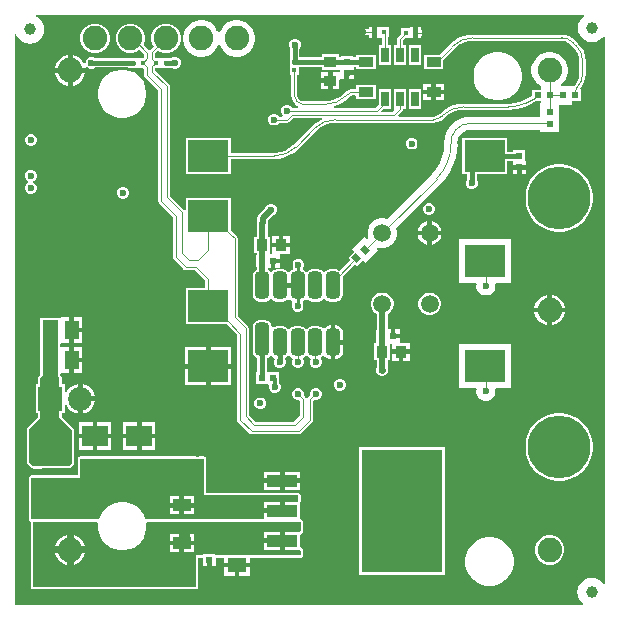
<source format=gtl>
G04*
G04 #@! TF.GenerationSoftware,Altium Limited,Altium Designer,24.4.1 (13)*
G04*
G04 Layer_Physical_Order=1*
G04 Layer_Color=255*
%FSLAX44Y44*%
%MOMM*%
G71*
G04*
G04 #@! TF.SameCoordinates,AA0413A5-1E47-4C41-8310-78C86749A844*
G04*
G04*
G04 #@! TF.FilePolarity,Positive*
G04*
G01*
G75*
%ADD12C,0.5000*%
%ADD18R,0.5000X0.6000*%
%ADD19R,0.6000X0.5000*%
G04:AMPARAMS|DCode=20|XSize=0.5mm|YSize=0.6mm|CornerRadius=0mm|HoleSize=0mm|Usage=FLASHONLY|Rotation=225.000|XOffset=0mm|YOffset=0mm|HoleType=Round|Shape=Rectangle|*
%AMROTATEDRECTD20*
4,1,4,-0.0354,0.3889,0.3889,-0.0354,0.0354,-0.3889,-0.3889,0.0354,-0.0354,0.3889,0.0*
%
%ADD20ROTATEDRECTD20*%

%ADD21R,2.5500X1.0500*%
%ADD22R,6.9000X10.4500*%
%ADD23R,1.5000X1.0000*%
%ADD24R,0.4500X0.4500*%
%ADD25R,1.2500X0.8500*%
%ADD26R,0.6500X1.2500*%
G04:AMPARAMS|DCode=27|XSize=2.3mm|YSize=1.2mm|CornerRadius=0.36mm|HoleSize=0mm|Usage=FLASHONLY|Rotation=90.000|XOffset=0mm|YOffset=0mm|HoleType=Round|Shape=RoundedRectangle|*
%AMROUNDEDRECTD27*
21,1,2.3000,0.4800,0,0,90.0*
21,1,1.5800,1.2000,0,0,90.0*
1,1,0.7200,0.2400,0.7900*
1,1,0.7200,0.2400,-0.7900*
1,1,0.7200,-0.2400,-0.7900*
1,1,0.7200,-0.2400,0.7900*
%
%ADD27ROUNDEDRECTD27*%
G04:AMPARAMS|DCode=28|XSize=2.8mm|YSize=1.2mm|CornerRadius=0.36mm|HoleSize=0mm|Usage=FLASHONLY|Rotation=90.000|XOffset=0mm|YOffset=0mm|HoleType=Round|Shape=RoundedRectangle|*
%AMROUNDEDRECTD28*
21,1,2.8000,0.4800,0,0,90.0*
21,1,2.0800,1.2000,0,0,90.0*
1,1,0.7200,0.2400,1.0400*
1,1,0.7200,0.2400,-1.0400*
1,1,0.7200,-0.2400,-1.0400*
1,1,0.7200,-0.2400,1.0400*
%
%ADD28ROUNDEDRECTD28*%
%ADD29R,2.7000X1.1500*%
%ADD30R,3.4000X2.7000*%
%ADD31C,1.5000*%
%ADD32R,2.2300X1.8000*%
%ADD33R,1.6500X1.3000*%
%ADD34R,0.9500X1.0000*%
%ADD35R,1.0000X0.9500*%
%ADD36R,0.6200X0.6000*%
%ADD37R,1.3000X1.6500*%
%ADD38R,0.6000X0.6200*%
%ADD39R,0.5700X0.6200*%
%ADD40R,0.4200X0.4400*%
%ADD69C,0.1020*%
%ADD70C,0.1016*%
%ADD71C,1.0000*%
%ADD72C,0.3810*%
%ADD73C,0.4000*%
%ADD74C,0.3000*%
%ADD75C,0.2540*%
%ADD76C,0.6000*%
%ADD77R,2.0200X2.0200*%
%ADD78C,2.0200*%
%ADD79C,2.0900*%
%ADD80C,5.3000*%
%ADD81C,0.6000*%
G36*
X486165Y502652D02*
X484350Y501259D01*
X482427Y498753D01*
X481218Y495834D01*
X480805Y492701D01*
X481218Y489568D01*
X482427Y486649D01*
X484350Y484142D01*
X486857Y482219D01*
X489776Y481010D01*
X492909Y480597D01*
X496041Y481010D01*
X498960Y482219D01*
X501467Y484142D01*
X502652Y485686D01*
X503922Y485255D01*
X503922Y22072D01*
X502652Y21641D01*
X501036Y23746D01*
X498529Y25670D01*
X495610Y26879D01*
X492478Y27291D01*
X489345Y26879D01*
X486426Y25670D01*
X483919Y23746D01*
X481996Y21240D01*
X480786Y18320D01*
X480374Y15188D01*
X480786Y12055D01*
X481996Y9136D01*
X483919Y6629D01*
X485588Y5348D01*
X485157Y4078D01*
X4919Y4078D01*
X4078Y5042D01*
X4078Y487769D01*
X5348Y488022D01*
X6354Y485593D01*
X8278Y483086D01*
X10785Y481162D01*
X13704Y479953D01*
X16836Y479541D01*
X19969Y479953D01*
X22888Y481162D01*
X25395Y483086D01*
X27318Y485593D01*
X28528Y488512D01*
X28940Y491645D01*
X28528Y494777D01*
X27318Y497696D01*
X25395Y500203D01*
X22888Y502127D01*
X21621Y502651D01*
X21874Y503921D01*
X485734Y503922D01*
X486165Y502652D01*
D02*
G37*
%LPC*%
G36*
X193522Y499450D02*
X190478D01*
X187493Y498856D01*
X184682Y497692D01*
X182151Y496001D01*
X179999Y493849D01*
X178308Y491318D01*
X177687Y489819D01*
X176313D01*
X175692Y491318D01*
X174001Y493849D01*
X171849Y496001D01*
X169318Y497692D01*
X166507Y498856D01*
X163522Y499450D01*
X160478D01*
X157493Y498856D01*
X154682Y497692D01*
X152151Y496001D01*
X149999Y493849D01*
X148308Y491318D01*
X147144Y488507D01*
X146550Y485522D01*
Y482478D01*
X147144Y479493D01*
X148308Y476682D01*
X149999Y474151D01*
X152151Y471999D01*
X154682Y470308D01*
X157493Y469144D01*
X160478Y468550D01*
X163522D01*
X166507Y469144D01*
X169318Y470308D01*
X171849Y471999D01*
X174001Y474151D01*
X175692Y476682D01*
X176313Y478181D01*
X177687D01*
X178308Y476682D01*
X179999Y474151D01*
X182151Y471999D01*
X184682Y470308D01*
X187493Y469144D01*
X190478Y468550D01*
X193522D01*
X196507Y469144D01*
X199318Y470308D01*
X201849Y471999D01*
X204001Y474151D01*
X205692Y476682D01*
X206856Y479493D01*
X207450Y482478D01*
Y485522D01*
X206856Y488507D01*
X205692Y491318D01*
X204001Y493849D01*
X201849Y496001D01*
X199318Y497692D01*
X196507Y498856D01*
X193522Y499450D01*
D02*
G37*
G36*
X306750Y494040D02*
X303960D01*
Y491809D01*
X298775D01*
X297795Y491614D01*
X296965Y491060D01*
X296905Y491000D01*
X296350Y490169D01*
X296156Y489190D01*
X296350Y488211D01*
X296905Y487380D01*
X297735Y486826D01*
X298715Y486631D01*
X299016Y486691D01*
X303960D01*
Y484460D01*
X306750D01*
Y489250D01*
Y494040D01*
D02*
G37*
G36*
X348040Y493540D02*
X345250D01*
Y488750D01*
Y483960D01*
X348040D01*
Y486191D01*
X351500D01*
X352479Y486386D01*
X353310Y486940D01*
X353864Y487771D01*
X354059Y488750D01*
X353864Y489729D01*
X353310Y490560D01*
X352479Y491114D01*
X351500Y491309D01*
X348040D01*
Y493540D01*
D02*
G37*
G36*
X341250D02*
X338460D01*
Y493000D01*
X331000D01*
Y488119D01*
X328190Y485310D01*
X327636Y484479D01*
X327441Y483500D01*
Y478300D01*
X324750D01*
Y461800D01*
X335250D01*
Y478300D01*
X332559D01*
Y482440D01*
X334619Y484500D01*
X338460D01*
Y483960D01*
X341250D01*
Y488750D01*
Y493540D01*
D02*
G37*
G36*
X133639Y496450D02*
X130361D01*
X127194Y495602D01*
X124355Y493963D01*
X122037Y491645D01*
X120398Y488806D01*
X119550Y485639D01*
Y482361D01*
X120398Y479194D01*
X121561Y477180D01*
X118756Y474376D01*
X118676Y474309D01*
X117137Y474270D01*
X113093Y478314D01*
X113602Y479194D01*
X114450Y482361D01*
Y485639D01*
X113602Y488806D01*
X111962Y491645D01*
X109644Y493963D01*
X106805Y495602D01*
X103639Y496450D01*
X100361D01*
X97194Y495602D01*
X94355Y493963D01*
X92037Y491645D01*
X90398Y488806D01*
X89550Y485639D01*
Y482361D01*
X90398Y479194D01*
X92037Y476356D01*
X94355Y474038D01*
X97194Y472398D01*
X100361Y471550D01*
X103639D01*
X106805Y472398D01*
X109644Y474038D01*
X109888Y474281D01*
X113441Y470728D01*
Y468318D01*
X112881Y467758D01*
X100000D01*
Y467586D01*
X71597D01*
X69995Y468250D01*
X68005D01*
X66168Y467489D01*
X64761Y466082D01*
X64000Y464245D01*
Y463003D01*
X62730Y462663D01*
X61395Y464976D01*
X58976Y467395D01*
X56014Y469105D01*
X53000Y469912D01*
Y459000D01*
X63912D01*
X63863Y459186D01*
X64017Y459366D01*
X65749Y459430D01*
X66168Y459011D01*
X68005Y458250D01*
X69995D01*
X71832Y459011D01*
X72251Y459430D01*
X100000D01*
Y459258D01*
X112881D01*
X113691Y458448D01*
Y452750D01*
X113886Y451771D01*
X114440Y450940D01*
X125691Y439690D01*
Y345971D01*
X125886Y344992D01*
X126440Y344161D01*
X137758Y332843D01*
Y298644D01*
X137953Y297665D01*
X138508Y296835D01*
X146938Y288405D01*
X147768Y287850D01*
X148747Y287655D01*
X156752D01*
X165388Y279020D01*
Y272871D01*
X148947D01*
Y241871D01*
X180690D01*
X180937Y241822D01*
X183414D01*
X192441Y232795D01*
Y160988D01*
X192636Y160009D01*
X193190Y159179D01*
X202929Y149440D01*
X203759Y148886D01*
X204738Y148691D01*
X244500D01*
X245479Y148886D01*
X246310Y149440D01*
X256065Y159196D01*
X256620Y160026D01*
X256815Y161005D01*
Y176798D01*
X257944Y177705D01*
X259933D01*
X261771Y178466D01*
X263178Y179873D01*
X263939Y181710D01*
Y183700D01*
X263178Y185537D01*
X261771Y186944D01*
X259933Y187705D01*
X257944D01*
X256106Y186944D01*
X254700Y185537D01*
X253939Y183700D01*
Y182106D01*
X252446Y180613D01*
X251917Y179822D01*
X251256Y179676D01*
X250581Y179708D01*
X250132Y180381D01*
X248826Y181687D01*
X248939Y181961D01*
Y183950D01*
X248178Y185787D01*
X246771Y187194D01*
X244933Y187955D01*
X242944D01*
X241106Y187194D01*
X239700Y185787D01*
X238939Y183950D01*
Y181961D01*
X239700Y180123D01*
X241106Y178716D01*
X242944Y177955D01*
X244933D01*
X245763Y176966D01*
Y164883D01*
X240440Y159559D01*
X207560D01*
X202059Y165060D01*
Y238610D01*
X201864Y239589D01*
X201310Y240419D01*
X192809Y248920D01*
Y314796D01*
X192614Y315775D01*
X192060Y316606D01*
X189167Y319498D01*
X189082Y319555D01*
X186947Y321690D01*
Y349071D01*
X148947D01*
Y338297D01*
X147677Y338005D01*
X147310Y338555D01*
X135309Y350555D01*
Y443648D01*
X135309Y443648D01*
X135114Y444628D01*
X134560Y445458D01*
X123059Y456959D01*
Y459198D01*
X123119Y459258D01*
X136000D01*
X136000Y459258D01*
X137222Y459143D01*
X138755Y458508D01*
X140744D01*
X142582Y459269D01*
X143989Y460676D01*
X144750Y462514D01*
Y464503D01*
X143989Y466340D01*
X142582Y467747D01*
X140744Y468508D01*
X138755D01*
X137222Y467873D01*
X136000Y467758D01*
X136000Y467758D01*
X136000Y467758D01*
X123119D01*
X123059Y467818D01*
Y471440D01*
X125180Y473561D01*
X127194Y472398D01*
X130361Y471550D01*
X133639D01*
X136805Y472398D01*
X139644Y474038D01*
X141962Y476356D01*
X143602Y479194D01*
X144450Y482361D01*
Y485639D01*
X143602Y488806D01*
X141962Y491645D01*
X139644Y493963D01*
X136805Y495602D01*
X133639Y496450D01*
D02*
G37*
G36*
X73639D02*
X70361D01*
X67194Y495602D01*
X64356Y493963D01*
X62038Y491645D01*
X60399Y488806D01*
X59550Y485639D01*
Y482361D01*
X60399Y479194D01*
X62038Y476356D01*
X64356Y474038D01*
X67194Y472398D01*
X70361Y471550D01*
X73639D01*
X76806Y472398D01*
X79644Y474038D01*
X81962Y476356D01*
X83602Y479194D01*
X84450Y482361D01*
Y485639D01*
X83602Y488806D01*
X81962Y491645D01*
X79644Y493963D01*
X76806Y495602D01*
X73639Y496450D01*
D02*
G37*
G36*
X347950Y478300D02*
X337450D01*
Y461800D01*
X347950D01*
Y478300D01*
D02*
G37*
G36*
X313540Y494040D02*
X310750D01*
Y489250D01*
Y484460D01*
X313540D01*
Y484460D01*
X314741Y484293D01*
Y478300D01*
X312050D01*
Y461800D01*
X322550D01*
Y478300D01*
X319859D01*
Y485000D01*
X321000D01*
Y493500D01*
X313540D01*
Y494040D01*
D02*
G37*
G36*
X49000Y469912D02*
X45986Y469105D01*
X43024Y467395D01*
X40605Y464976D01*
X38895Y462014D01*
X38088Y459000D01*
X49000D01*
Y469912D01*
D02*
G37*
G36*
X269250Y455590D02*
X263710D01*
Y450300D01*
X269250D01*
Y455590D01*
D02*
G37*
G36*
X290890Y453050D02*
X287250D01*
Y449510D01*
X290890D01*
Y453050D01*
D02*
G37*
G36*
X49000Y455000D02*
X38088D01*
X38895Y451986D01*
X40605Y449024D01*
X43024Y446605D01*
X45986Y444895D01*
X49000Y444088D01*
Y455000D01*
D02*
G37*
G36*
X63912D02*
X53000D01*
Y444088D01*
X56014Y444895D01*
X58976Y446605D01*
X61395Y449024D01*
X63105Y451986D01*
X63912Y455000D01*
D02*
G37*
G36*
X392271Y487096D02*
X387891Y486752D01*
X383620Y485726D01*
X379561Y484045D01*
X375815Y481749D01*
X372475Y478896D01*
X372501Y478870D01*
X363881Y470250D01*
X350500D01*
Y457750D01*
X367000D01*
Y466131D01*
X376120Y475251D01*
X376182Y475343D01*
X379563Y478118D01*
X383518Y480232D01*
X387809Y481534D01*
X392162Y481963D01*
X392271Y481941D01*
X467093D01*
X467145Y481951D01*
X469970Y481579D01*
X472651Y480469D01*
X474911Y478735D01*
X474940Y478690D01*
X477685Y475946D01*
X477685Y475946D01*
X477682Y475943D01*
X479595Y473612D01*
X481016Y470953D01*
X481892Y468068D01*
X482187Y465068D01*
X482191D01*
Y453647D01*
X482211Y453548D01*
X481783Y450304D01*
X480493Y447188D01*
X479188Y445487D01*
X478881Y445109D01*
X478182Y444318D01*
X477419Y443324D01*
X476149Y443727D01*
Y443726D01*
X467132D01*
X466763Y444942D01*
X466849Y444999D01*
X469001Y447151D01*
X470692Y449682D01*
X471856Y452493D01*
X472450Y455478D01*
Y458522D01*
X471856Y461507D01*
X470692Y464318D01*
X469001Y466849D01*
X466849Y469001D01*
X464318Y470692D01*
X461507Y471856D01*
X458522Y472450D01*
X455478D01*
X452493Y471856D01*
X449682Y470692D01*
X447151Y469001D01*
X444999Y466849D01*
X443308Y464318D01*
X442144Y461507D01*
X441550Y458522D01*
Y455478D01*
X442144Y452493D01*
X443308Y449682D01*
X444999Y447151D01*
X447151Y444999D01*
X449420Y443483D01*
Y440726D01*
X442420D01*
Y434889D01*
X435266Y431547D01*
X435246Y431589D01*
X431641Y430096D01*
X426786Y428931D01*
X423046Y428636D01*
X421808Y428559D01*
X421808Y428559D01*
X421804Y428558D01*
X421800Y428559D01*
X384021D01*
Y428596D01*
X379641Y428252D01*
X375370Y427226D01*
X371311Y425545D01*
X367565Y423250D01*
X364225Y420396D01*
X364225Y420396D01*
X363278Y419616D01*
X362420Y418957D01*
X360362Y418105D01*
X358154Y417814D01*
Y417809D01*
X329088D01*
X328602Y418983D01*
X331810Y422190D01*
X332364Y423021D01*
X332559Y424000D01*
Y424300D01*
X335250D01*
Y440800D01*
X324750D01*
Y424300D01*
X325022D01*
X325508Y423127D01*
X323940Y421559D01*
X314588D01*
X314102Y422733D01*
X315669Y424300D01*
X322550D01*
Y440800D01*
X312050D01*
Y427919D01*
X309380Y425249D01*
X274131D01*
X273981Y426519D01*
X275534Y426892D01*
X279558Y428559D01*
X283273Y430835D01*
X285639Y432856D01*
X286585Y433665D01*
X286585Y433665D01*
X287538Y434430D01*
X288226Y434958D01*
X290159Y435759D01*
X291730Y435965D01*
X292931Y435165D01*
X293000Y435079D01*
Y432350D01*
X309500D01*
Y444850D01*
X293000D01*
Y442176D01*
X292234Y441223D01*
X288816Y440773D01*
X285631Y439454D01*
X282895Y437355D01*
X282895Y437355D01*
X281985Y436486D01*
X279532Y434472D01*
X275618Y432380D01*
X271371Y431092D01*
X267059Y430667D01*
X266954Y430688D01*
X248397D01*
X248348Y430678D01*
X246459Y431054D01*
X244815Y432152D01*
X243717Y433796D01*
X243342Y435685D01*
X243351Y435734D01*
Y453000D01*
X244892D01*
Y460019D01*
X255200D01*
X255451Y460069D01*
X264250D01*
Y457550D01*
X278250D01*
Y460069D01*
X279610D01*
Y456520D01*
X278790Y455590D01*
X278340Y455590D01*
X273250D01*
Y448300D01*
Y441010D01*
X278790D01*
Y448580D01*
X279610Y449510D01*
X280060Y449510D01*
X283250D01*
Y455050D01*
X285250D01*
Y457050D01*
X290890D01*
Y460069D01*
X293000D01*
Y457750D01*
X309500D01*
Y470250D01*
X293000D01*
Y468032D01*
X290350D01*
Y469250D01*
X280150D01*
Y468032D01*
X278250D01*
Y471050D01*
X264250D01*
Y468032D01*
X255250D01*
X254999Y467981D01*
X245128D01*
Y475307D01*
X245739Y475918D01*
X246500Y477755D01*
Y479745D01*
X245739Y481582D01*
X244332Y482989D01*
X242495Y483750D01*
X240505D01*
X238668Y482989D01*
X237261Y481582D01*
X236500Y479745D01*
Y477755D01*
X237165Y476151D01*
Y468200D01*
X236692D01*
Y459800D01*
Y453000D01*
X238233D01*
Y435734D01*
X238195D01*
X238543Y433093D01*
X239562Y430633D01*
X241183Y428520D01*
X243296Y426898D01*
X244211Y426519D01*
X243959Y425249D01*
X238750D01*
X238637Y425522D01*
X237230Y426929D01*
X235392Y427690D01*
X233403D01*
X231566Y426929D01*
X230159Y425522D01*
X229398Y423685D01*
Y421696D01*
X230159Y419858D01*
X230900Y419117D01*
X230374Y417847D01*
X227724D01*
X227611Y418120D01*
X226205Y419527D01*
X224367Y420288D01*
X222378D01*
X220540Y419527D01*
X219134Y418120D01*
X218373Y416283D01*
Y414294D01*
X219134Y412456D01*
X220540Y411049D01*
X222378Y410288D01*
X224367D01*
X226205Y411049D01*
X227611Y412456D01*
X227724Y412729D01*
X234788D01*
X235767Y412924D01*
X236598Y413478D01*
X239560Y416441D01*
X263780D01*
X264028Y415195D01*
X263061Y414795D01*
X259315Y412500D01*
X255975Y409646D01*
X256001Y409620D01*
X240101Y393720D01*
X240039Y393628D01*
X236658Y390853D01*
X232703Y388739D01*
X228412Y387437D01*
X224058Y387009D01*
X223950Y387030D01*
X186947D01*
Y399971D01*
X148947D01*
Y368971D01*
X186947D01*
Y381912D01*
X223950D01*
Y381875D01*
X228330Y382219D01*
X232601Y383245D01*
X236660Y384926D01*
X240406Y387221D01*
X243746Y390075D01*
X243720Y390101D01*
X259620Y406001D01*
X259682Y406093D01*
X263063Y408868D01*
X267018Y410982D01*
X271309Y412284D01*
X275662Y412713D01*
X275771Y412691D01*
X358154D01*
Y412623D01*
X361706Y413090D01*
X365016Y414461D01*
X367858Y416642D01*
X367858Y416642D01*
X368762Y417525D01*
X371313Y419618D01*
X375268Y421732D01*
X379559Y423034D01*
X383912Y423462D01*
X384021Y423441D01*
X420564D01*
X421808Y423376D01*
Y423376D01*
X427593Y423831D01*
X433237Y425186D01*
X437348Y426889D01*
X437431Y426910D01*
X445603Y430726D01*
X449420D01*
Y429376D01*
X449000D01*
Y417687D01*
X389572D01*
X389546Y417682D01*
X385306Y417264D01*
X381204Y416020D01*
X377424Y413999D01*
X374110Y411280D01*
X371390Y407966D01*
X369370Y404186D01*
X368125Y400084D01*
X367705Y395817D01*
X367709Y395782D01*
X367753Y394531D01*
X367745Y393264D01*
X367403Y388915D01*
X366088Y383437D01*
X363932Y378232D01*
X360989Y373429D01*
X357547Y369400D01*
X357269Y369213D01*
X319190Y331135D01*
X316896Y331750D01*
X313605D01*
X310425Y330898D01*
X307575Y329253D01*
X305248Y326925D01*
X303602Y324075D01*
X302750Y320896D01*
Y317604D01*
X303365Y315310D01*
X302097Y314042D01*
X300038Y316102D01*
X289431Y305495D01*
X291553Y303374D01*
X286603Y298424D01*
X287694Y297333D01*
X287694Y296063D01*
X279003Y287373D01*
X278085Y287986D01*
X275900Y288421D01*
X271100D01*
X268915Y287986D01*
X267063Y286748D01*
X266635Y286108D01*
X265365D01*
X264937Y286748D01*
X263085Y287986D01*
X260900Y288421D01*
X256100D01*
X253915Y287986D01*
X252063Y286748D01*
X251635Y286108D01*
X250365D01*
X249937Y286748D01*
X248506Y287705D01*
X248215Y288969D01*
X248252Y289248D01*
X248483Y289479D01*
X249245Y291316D01*
Y293305D01*
X248483Y295143D01*
X247077Y296550D01*
X245239Y297311D01*
X243250D01*
X241412Y296550D01*
X240006Y295143D01*
X239245Y293305D01*
Y291316D01*
X240006Y289479D01*
X239572Y288117D01*
X238915Y287986D01*
X237063Y286748D01*
X236635Y286108D01*
X235365D01*
X234937Y286748D01*
X233085Y287986D01*
X230900Y288421D01*
X226100D01*
X223915Y287986D01*
X222063Y286748D01*
X221635Y286108D01*
X220365D01*
X219937Y286748D01*
X218338Y287817D01*
Y289921D01*
X220700D01*
Y295561D01*
X222700D01*
Y297561D01*
X228240D01*
Y301201D01*
X229377Y301521D01*
X236790D01*
Y307061D01*
X222210D01*
Y301708D01*
X221252Y301415D01*
X220250Y302232D01*
Y316061D01*
X218338D01*
Y326181D01*
X218630Y327648D01*
Y329902D01*
X223268Y334541D01*
X223801Y334761D01*
X225207Y336168D01*
X225968Y338005D01*
Y339995D01*
X225207Y341832D01*
X223801Y343239D01*
X221963Y344000D01*
X219974D01*
X218136Y343239D01*
X216730Y341832D01*
X216126Y340376D01*
X210798Y335047D01*
X209803Y333559D01*
X209454Y331803D01*
Y328823D01*
X209162Y327356D01*
Y316061D01*
X206750D01*
Y302061D01*
X209162D01*
Y300661D01*
X208500D01*
Y290461D01*
X209162D01*
Y288035D01*
X208915Y287986D01*
X207063Y286748D01*
X205825Y284896D01*
X205390Y282711D01*
Y266911D01*
X205825Y264726D01*
X207063Y262874D01*
X208915Y261636D01*
X211100Y261201D01*
X215900D01*
X218085Y261636D01*
X219937Y262874D01*
X220365Y263514D01*
X221635D01*
X222063Y262874D01*
X223915Y261636D01*
X226100Y261201D01*
X230900D01*
X233085Y261636D01*
X234937Y262874D01*
X235365Y263514D01*
X236635D01*
X237063Y262874D01*
X238791Y261719D01*
X238985Y261384D01*
X239224Y260526D01*
X239215Y260281D01*
X238500Y258556D01*
Y256566D01*
X239261Y254729D01*
X240668Y253322D01*
X242505Y252561D01*
X244495D01*
X246332Y253322D01*
X247739Y254729D01*
X248500Y256566D01*
Y258556D01*
X247785Y260281D01*
X247776Y260526D01*
X248015Y261384D01*
X248209Y261719D01*
X249937Y262874D01*
X250365Y263514D01*
X251635D01*
X252063Y262874D01*
X253915Y261636D01*
X256100Y261201D01*
X260900D01*
X263085Y261636D01*
X264937Y262874D01*
X265365Y263514D01*
X266635D01*
X267063Y262874D01*
X268915Y261636D01*
X271100Y261201D01*
X275900D01*
X278085Y261636D01*
X279937Y262874D01*
X281175Y264726D01*
X281610Y266911D01*
Y282711D01*
X281605Y282736D01*
X291948Y293079D01*
X293674Y291353D01*
X298624Y296303D01*
X300745Y294181D01*
X311352Y304788D01*
X310042Y306097D01*
X311310Y307365D01*
X313605Y306750D01*
X316896D01*
X320075Y307602D01*
X322925Y309248D01*
X325253Y311575D01*
X326898Y314425D01*
X327750Y317604D01*
Y320896D01*
X327135Y323190D01*
X365214Y361269D01*
X365246Y361316D01*
X369262Y365896D01*
X372680Y371012D01*
X375402Y376530D01*
X377379Y382357D01*
X378580Y388391D01*
X378979Y394476D01*
X378989Y394531D01*
X378977Y394976D01*
X378866Y395817D01*
X379231Y398588D01*
X380300Y401171D01*
X382002Y403388D01*
X384219Y405089D01*
X386801Y406159D01*
X389353Y406495D01*
X389572Y406451D01*
X449000D01*
Y404376D01*
X465000D01*
Y414376D01*
Y427727D01*
X476149D01*
Y430727D01*
X483149D01*
Y440446D01*
X483149Y440446D01*
X483149Y440726D01*
X482971Y441996D01*
X484306Y443624D01*
X485974Y446743D01*
X487000Y450127D01*
X487347Y453647D01*
X487309D01*
Y465068D01*
X487359D01*
X486964Y469077D01*
X485795Y472933D01*
X483895Y476486D01*
X481340Y479600D01*
X481304Y479565D01*
X481304Y479565D01*
X478560Y482310D01*
X478580Y482330D01*
X476118Y484350D01*
X473310Y485852D01*
X470262Y486776D01*
X467093Y487088D01*
Y487059D01*
X392271D01*
Y487096D01*
D02*
G37*
G36*
X269250Y446300D02*
X263710D01*
Y441010D01*
X269250D01*
Y446300D01*
D02*
G37*
G36*
X367540Y445390D02*
X360750D01*
Y440600D01*
X367540D01*
Y445390D01*
D02*
G37*
G36*
X356750D02*
X349960D01*
Y440600D01*
X356750D01*
Y445390D01*
D02*
G37*
G36*
X367540Y436600D02*
X360750D01*
Y431810D01*
X367540D01*
Y436600D01*
D02*
G37*
G36*
X356750D02*
X349960D01*
Y431810D01*
X356750D01*
Y436600D01*
D02*
G37*
G36*
X415019Y472500D02*
X410981D01*
X407020Y471712D01*
X403290Y470167D01*
X399932Y467923D01*
X397077Y465068D01*
X394833Y461710D01*
X393288Y457980D01*
X392500Y454019D01*
Y449981D01*
X393288Y446020D01*
X394833Y442290D01*
X397077Y438932D01*
X399932Y436077D01*
X403290Y433833D01*
X407020Y432288D01*
X410981Y431500D01*
X415019D01*
X418980Y432288D01*
X422710Y433833D01*
X426068Y436077D01*
X428923Y438932D01*
X431167Y442290D01*
X432712Y446020D01*
X433500Y449981D01*
Y454019D01*
X432712Y457980D01*
X431167Y461710D01*
X428923Y465068D01*
X426068Y467923D01*
X422710Y470167D01*
X418980Y471712D01*
X415019Y472500D01*
D02*
G37*
G36*
X347950Y440800D02*
X337450D01*
Y424300D01*
X347950D01*
Y440800D01*
D02*
G37*
G36*
X97019Y457500D02*
X92981D01*
X89020Y456712D01*
X85289Y455167D01*
X81932Y452923D01*
X79077Y450068D01*
X76833Y446710D01*
X75288Y442980D01*
X74500Y439019D01*
Y434981D01*
X75288Y431020D01*
X76833Y427290D01*
X79077Y423932D01*
X81932Y421077D01*
X85289Y418833D01*
X89020Y417288D01*
X92981Y416500D01*
X97019D01*
X100980Y417288D01*
X104710Y418833D01*
X108068Y421077D01*
X110923Y423932D01*
X113167Y427290D01*
X114712Y431020D01*
X115500Y434981D01*
Y439019D01*
X114712Y442980D01*
X113167Y446710D01*
X110923Y450068D01*
X108068Y452923D01*
X104710Y455167D01*
X100980Y456712D01*
X97019Y457500D01*
D02*
G37*
G36*
X18780Y402960D02*
X16791D01*
X14953Y402199D01*
X13547Y400792D01*
X12785Y398955D01*
Y396965D01*
X13547Y395128D01*
X14953Y393721D01*
X16791Y392960D01*
X18780D01*
X20618Y393721D01*
X22024Y395128D01*
X22785Y396965D01*
Y398955D01*
X22024Y400792D01*
X20618Y402199D01*
X18780Y402960D01*
D02*
G37*
G36*
X340995Y400000D02*
X339005D01*
X337168Y399239D01*
X335761Y397832D01*
X335000Y395995D01*
Y394005D01*
X335761Y392168D01*
X337168Y390761D01*
X339005Y390000D01*
X340995D01*
X342832Y390761D01*
X344239Y392168D01*
X345000Y394005D01*
Y395995D01*
X344239Y397832D01*
X342832Y399239D01*
X340995Y400000D01*
D02*
G37*
G36*
X420947Y399971D02*
X382947D01*
Y368971D01*
X386949D01*
Y364257D01*
X386789Y364096D01*
X386028Y362258D01*
Y360269D01*
X386789Y358432D01*
X388195Y357025D01*
X390033Y356264D01*
X392022D01*
X393860Y357025D01*
X395266Y358432D01*
X396028Y360269D01*
Y362258D01*
X395266Y364096D01*
X395106Y364257D01*
Y368971D01*
X420947D01*
Y380071D01*
X425527D01*
Y376950D01*
X431167D01*
X436807D01*
Y380490D01*
X436267D01*
Y389149D01*
X426067D01*
Y388228D01*
X420947D01*
Y399971D01*
D02*
G37*
G36*
X436807Y372949D02*
X433167D01*
Y369409D01*
X436807D01*
Y372949D01*
D02*
G37*
G36*
X429167D02*
X425527D01*
Y369409D01*
X429167D01*
Y372949D01*
D02*
G37*
G36*
X18495Y372710D02*
X16505D01*
X14668Y371949D01*
X13261Y370542D01*
X12500Y368704D01*
Y366715D01*
X13261Y364878D01*
X14668Y363471D01*
X15148Y363272D01*
Y361898D01*
X14668Y361699D01*
X13261Y360292D01*
X12500Y358455D01*
Y356465D01*
X13261Y354628D01*
X14668Y353221D01*
X16505Y352460D01*
X18495D01*
X20332Y353221D01*
X21739Y354628D01*
X22500Y356465D01*
Y358455D01*
X21739Y360292D01*
X20332Y361699D01*
X19852Y361898D01*
Y363272D01*
X20332Y363471D01*
X21739Y364878D01*
X22500Y366715D01*
Y368704D01*
X21739Y370542D01*
X20332Y371949D01*
X18495Y372710D01*
D02*
G37*
G36*
X96604Y358378D02*
X94615D01*
X92777Y357617D01*
X91371Y356210D01*
X90610Y354372D01*
Y352383D01*
X91371Y350546D01*
X92777Y349139D01*
X94615Y348378D01*
X96604D01*
X98442Y349139D01*
X99848Y350546D01*
X100610Y352383D01*
Y354372D01*
X99848Y356210D01*
X98442Y357617D01*
X96604Y358378D01*
D02*
G37*
G36*
X355745Y344500D02*
X353755D01*
X351918Y343739D01*
X350511Y342332D01*
X349750Y340495D01*
Y338505D01*
X350511Y336668D01*
X351918Y335261D01*
X353755Y334500D01*
X355745D01*
X357582Y335261D01*
X358989Y336668D01*
X359750Y338505D01*
Y340495D01*
X358989Y342332D01*
X357582Y343739D01*
X355745Y344500D01*
D02*
G37*
G36*
X357250Y329108D02*
Y321250D01*
X365108D01*
X364606Y323125D01*
X363284Y325415D01*
X361415Y327284D01*
X359125Y328606D01*
X357250Y329108D01*
D02*
G37*
G36*
X353250Y329108D02*
X351375Y328606D01*
X349085Y327284D01*
X347216Y325415D01*
X345894Y323125D01*
X345392Y321250D01*
X353250D01*
Y329108D01*
D02*
G37*
G36*
X467243Y377500D02*
X462757D01*
X458326Y376798D01*
X454060Y375412D01*
X450063Y373375D01*
X446433Y370739D01*
X443261Y367566D01*
X440625Y363937D01*
X438588Y359940D01*
X437202Y355674D01*
X436500Y351243D01*
Y346757D01*
X437202Y342326D01*
X438588Y338060D01*
X440625Y334063D01*
X443261Y330434D01*
X446433Y327261D01*
X450063Y324625D01*
X454060Y322588D01*
X458326Y321202D01*
X462757Y320500D01*
X467243D01*
X471674Y321202D01*
X475940Y322588D01*
X479937Y324625D01*
X483567Y327261D01*
X486739Y330434D01*
X489375Y334063D01*
X491412Y338060D01*
X492798Y342326D01*
X493500Y346757D01*
Y351243D01*
X492798Y355674D01*
X491412Y359940D01*
X489375Y363937D01*
X486739Y367566D01*
X483567Y370739D01*
X479937Y373375D01*
X475940Y375412D01*
X471674Y376798D01*
X467243Y377500D01*
D02*
G37*
G36*
X236790Y316601D02*
X231500D01*
Y311061D01*
X236790D01*
Y316601D01*
D02*
G37*
G36*
X227500D02*
X222210D01*
Y311061D01*
X227500D01*
Y316601D01*
D02*
G37*
G36*
X365108Y317250D02*
X357250D01*
Y309392D01*
X359125Y309894D01*
X361415Y311216D01*
X363284Y313085D01*
X364606Y315375D01*
X365108Y317250D01*
D02*
G37*
G36*
X353250D02*
X345392D01*
X345894Y315375D01*
X347216Y313085D01*
X349085Y311216D01*
X351375Y309894D01*
X353250Y309392D01*
Y317250D01*
D02*
G37*
G36*
X228240Y293561D02*
X224700D01*
Y289921D01*
X228240D01*
Y293561D01*
D02*
G37*
G36*
X423947Y313971D02*
X379947D01*
Y276971D01*
X394356D01*
X395129Y275963D01*
X395000Y275484D01*
Y273377D01*
X395545Y271343D01*
X396599Y269518D01*
X398088Y268029D01*
X399912Y266976D01*
X401947Y266430D01*
X404053D01*
X406088Y266976D01*
X407912Y268029D01*
X409402Y269518D01*
X410455Y271343D01*
X411000Y273377D01*
Y275484D01*
X410872Y275963D01*
X411645Y276971D01*
X423947D01*
Y313971D01*
D02*
G37*
G36*
X459000Y266912D02*
Y256000D01*
X469912D01*
X469105Y259014D01*
X467395Y261976D01*
X464976Y264395D01*
X462014Y266105D01*
X459000Y266912D01*
D02*
G37*
G36*
X455000Y266912D02*
X451986Y266105D01*
X449024Y264395D01*
X446605Y261976D01*
X444895Y259014D01*
X444088Y256000D01*
X455000D01*
Y266912D01*
D02*
G37*
G36*
X356501Y268750D02*
X353999D01*
X351583Y268103D01*
X349417Y266852D01*
X347648Y265083D01*
X346398Y262917D01*
X345750Y260501D01*
Y257999D01*
X346398Y255583D01*
X347648Y253417D01*
X349417Y251648D01*
X351583Y250397D01*
X353999Y249750D01*
X356501D01*
X358917Y250397D01*
X361083Y251648D01*
X362852Y253417D01*
X364103Y255583D01*
X364750Y257999D01*
Y260501D01*
X364103Y262917D01*
X362852Y265083D01*
X361083Y266852D01*
X358917Y268103D01*
X356501Y268750D01*
D02*
G37*
G36*
X43210Y247790D02*
X42164Y247250D01*
X40947Y247250D01*
X40750Y247289D01*
X27750D01*
X27553Y247250D01*
X25750D01*
Y245447D01*
X25711Y245250D01*
X25711Y199133D01*
X24313Y197735D01*
X24312Y197735D01*
X23870Y197073D01*
X23715Y196293D01*
Y191100D01*
X22150D01*
Y166900D01*
X23715D01*
Y163372D01*
X14842Y154499D01*
X14400Y153837D01*
X14245Y153057D01*
X14245Y125432D01*
X14400Y124652D01*
X14842Y123990D01*
X18464Y120368D01*
X18471Y120363D01*
X18477Y120356D01*
X18802Y120142D01*
X19125Y119926D01*
X19134Y119924D01*
X19142Y119920D01*
X19524Y119847D01*
X19906Y119771D01*
X19915Y119773D01*
X19924Y119771D01*
X34259Y119896D01*
X49698D01*
X50478Y120051D01*
X51140Y120493D01*
X51140Y120494D01*
X53692Y123046D01*
X54134Y123707D01*
X54289Y124487D01*
X54289Y152447D01*
X54289Y152448D01*
X54134Y153228D01*
X53692Y153890D01*
X53692Y153890D01*
X43955Y163627D01*
Y166900D01*
X46350D01*
Y174892D01*
X47620Y175059D01*
X47871Y174121D01*
X49535Y171239D01*
X51889Y168885D01*
X54771Y167221D01*
X57650Y166450D01*
Y179000D01*
Y191550D01*
X54771Y190779D01*
X51889Y189114D01*
X49535Y186761D01*
X47871Y183879D01*
X47620Y182941D01*
X46350Y183108D01*
Y191100D01*
X43955D01*
Y196863D01*
X43955Y196863D01*
X43800Y197643D01*
X43358Y198305D01*
X43358Y198305D01*
X42789Y198873D01*
Y199864D01*
X43210Y200960D01*
X44059Y200960D01*
X50250D01*
Y211750D01*
Y222540D01*
X44059D01*
X43210Y222540D01*
X42789Y223636D01*
Y225114D01*
X43210Y226210D01*
X44059Y226210D01*
X50250D01*
Y237000D01*
Y247790D01*
X43382Y247790D01*
X43210D01*
D02*
G37*
G36*
X469912Y252000D02*
X459000D01*
Y241088D01*
X462014Y241895D01*
X464976Y243605D01*
X467395Y246024D01*
X469105Y248986D01*
X469912Y252000D01*
D02*
G37*
G36*
X455000D02*
X444088D01*
X444895Y248986D01*
X446605Y246024D01*
X449024Y243605D01*
X451986Y241895D01*
X455000Y241088D01*
Y252000D01*
D02*
G37*
G36*
X54250Y247790D02*
Y239000D01*
X61290D01*
Y247790D01*
X54250D01*
D02*
G37*
G36*
X329966Y237703D02*
X326426D01*
Y234063D01*
X329966D01*
Y237703D01*
D02*
G37*
G36*
X275900Y240971D02*
X275500D01*
Y228811D01*
X282160D01*
Y234711D01*
X281684Y237107D01*
X280327Y239138D01*
X278296Y240495D01*
X275900Y240971D01*
D02*
G37*
G36*
X61290Y235000D02*
X54250D01*
Y226210D01*
X61290D01*
Y235000D01*
D02*
G37*
G36*
X316500Y268750D02*
X313999D01*
X311583Y268103D01*
X309417Y266852D01*
X307648Y265083D01*
X306397Y262917D01*
X305750Y260501D01*
Y257999D01*
X306397Y255583D01*
X307648Y253417D01*
X309417Y251648D01*
X310574Y250980D01*
Y237163D01*
X310226D01*
Y226963D01*
X310226Y226963D01*
X310226D01*
X310226Y226963D01*
X309940Y225811D01*
X308250D01*
Y211811D01*
X310574D01*
Y205691D01*
X310569Y205679D01*
X310290Y205262D01*
X310192Y204769D01*
X310000Y204306D01*
Y203804D01*
X309902Y203311D01*
X310000Y202819D01*
Y202316D01*
X310192Y201853D01*
X310290Y201360D01*
X310569Y200943D01*
X310761Y200479D01*
X311116Y200124D01*
X311395Y199706D01*
X311813Y199427D01*
X312168Y199072D01*
X312632Y198880D01*
X313049Y198601D01*
X313542Y198503D01*
X314006Y198311D01*
X314508D01*
X315000Y198213D01*
X315493Y198311D01*
X315995D01*
X316458Y198503D01*
X316951Y198601D01*
X317368Y198880D01*
X317832Y199072D01*
X318187Y199427D01*
X318605Y199706D01*
X318767Y199868D01*
X319046Y200286D01*
X319239Y200479D01*
X319343Y200731D01*
X319872Y201522D01*
X320260Y203473D01*
X319872Y205424D01*
X319750Y205606D01*
Y211811D01*
X321750D01*
Y225294D01*
X322862Y226066D01*
X323710Y225745D01*
Y220811D01*
X338290D01*
Y226351D01*
X331206D01*
X329966Y226423D01*
X329966Y227621D01*
Y230063D01*
X324426D01*
Y232063D01*
X322425D01*
Y237703D01*
X319750D01*
Y250879D01*
X321083Y251648D01*
X322852Y253417D01*
X324102Y255583D01*
X324750Y257999D01*
Y260501D01*
X324102Y262917D01*
X322852Y265083D01*
X321083Y266852D01*
X318917Y268103D01*
X316500Y268750D01*
D02*
G37*
G36*
X54250Y222540D02*
Y213750D01*
X61290D01*
Y222540D01*
X54250D01*
D02*
G37*
G36*
X282160Y224811D02*
X275500D01*
Y212651D01*
X275900D01*
X278296Y213127D01*
X280327Y214484D01*
X281684Y216515D01*
X282160Y218911D01*
Y224811D01*
D02*
G37*
G36*
X215900Y245421D02*
X211100D01*
X208915Y244986D01*
X207063Y243748D01*
X205825Y241896D01*
X205390Y239711D01*
Y218911D01*
X205825Y216726D01*
X207063Y214874D01*
X208915Y213636D01*
X209422Y213535D01*
Y201872D01*
X208650D01*
Y191672D01*
X218565D01*
X219414Y190402D01*
X219129Y189715D01*
Y187726D01*
X219890Y185889D01*
X221297Y184482D01*
X223134Y183721D01*
X225124D01*
X226961Y184482D01*
X228368Y185889D01*
X229129Y187726D01*
Y189715D01*
X228368Y191553D01*
X227950Y191971D01*
Y201872D01*
X217578D01*
Y213535D01*
X218085Y213636D01*
X219937Y214874D01*
X220365Y215514D01*
X221635D01*
X222063Y214874D01*
X223696Y213782D01*
X223982Y213076D01*
X224074Y212309D01*
X223424Y210738D01*
Y208749D01*
X224185Y206912D01*
X225591Y205505D01*
X227429Y204744D01*
X229418D01*
X231256Y205505D01*
X232662Y206912D01*
X233424Y208749D01*
Y210738D01*
X232777Y212299D01*
X233028Y213388D01*
X233163Y213688D01*
X234937Y214874D01*
X235365Y215514D01*
X236635D01*
X237063Y214874D01*
X238915Y213636D01*
X239070Y213605D01*
X239550Y212215D01*
X238939Y210738D01*
Y208749D01*
X239700Y206912D01*
X241106Y205505D01*
X242944Y204744D01*
X244933D01*
X246771Y205505D01*
X248178Y206912D01*
X248939Y208749D01*
Y210738D01*
X248260Y212376D01*
X248215Y212704D01*
X248582Y213968D01*
X249937Y214874D01*
X250365Y215514D01*
X251635D01*
X252063Y214874D01*
X253915Y213636D01*
X254070Y213605D01*
X254550Y212215D01*
X253939Y210738D01*
Y208749D01*
X254700Y206912D01*
X256106Y205505D01*
X257944Y204744D01*
X259933D01*
X261771Y205505D01*
X263178Y206912D01*
X263939Y208749D01*
Y210738D01*
X263260Y212376D01*
X263215Y212704D01*
X263582Y213968D01*
X264902Y214850D01*
X265221Y215028D01*
X266310D01*
X266673Y214484D01*
X268704Y213127D01*
X271100Y212651D01*
X271500D01*
Y226811D01*
Y240971D01*
X271100D01*
X268704Y240495D01*
X266673Y239138D01*
X266310Y238594D01*
X265221D01*
X264902Y238772D01*
X263085Y239986D01*
X260900Y240421D01*
X256100D01*
X253915Y239986D01*
X252063Y238748D01*
X251635Y238108D01*
X250365D01*
X249937Y238748D01*
X248085Y239986D01*
X245900Y240421D01*
X241100D01*
X238915Y239986D01*
X237063Y238748D01*
X236635Y238108D01*
X235365D01*
X234937Y238748D01*
X233085Y239986D01*
X230900Y240421D01*
X226100D01*
X223915Y239986D01*
X222880Y239294D01*
X222184Y239523D01*
X221564Y239942D01*
X221175Y241896D01*
X219937Y243748D01*
X218085Y244986D01*
X215900Y245421D01*
D02*
G37*
G36*
X338290Y216811D02*
X333000D01*
Y211271D01*
X338290D01*
Y216811D01*
D02*
G37*
G36*
X329000D02*
X323710D01*
Y211271D01*
X329000D01*
Y216811D01*
D02*
G37*
G36*
X187487Y222511D02*
X169947D01*
Y208471D01*
X187487D01*
Y222511D01*
D02*
G37*
G36*
X165947D02*
X148407D01*
Y208471D01*
X165947D01*
Y222511D01*
D02*
G37*
G36*
X61290Y209750D02*
X54250D01*
Y200960D01*
X61290D01*
Y209750D01*
D02*
G37*
G36*
X187487Y204471D02*
X169947D01*
Y190431D01*
X187487D01*
Y204471D01*
D02*
G37*
G36*
X165947D02*
X148407D01*
Y190431D01*
X165947D01*
Y204471D01*
D02*
G37*
G36*
X280201Y195705D02*
X278212D01*
X276374Y194944D01*
X274967Y193537D01*
X274206Y191700D01*
Y189711D01*
X274967Y187873D01*
X276374Y186466D01*
X278212Y185705D01*
X280201D01*
X282038Y186466D01*
X283445Y187873D01*
X284206Y189711D01*
Y191700D01*
X283445Y193537D01*
X282038Y194944D01*
X280201Y195705D01*
D02*
G37*
G36*
X61650Y191550D02*
Y181000D01*
X72200D01*
X71429Y183879D01*
X69764Y186761D01*
X67411Y189114D01*
X64529Y190779D01*
X61650Y191550D01*
D02*
G37*
G36*
X423947Y224971D02*
X379947D01*
Y187971D01*
X394446D01*
X395220Y186963D01*
X395000Y186144D01*
Y184037D01*
X395545Y182003D01*
X396599Y180179D01*
X398088Y178689D01*
X399912Y177636D01*
X401947Y177091D01*
X404053D01*
X406088Y177636D01*
X407912Y178689D01*
X409402Y180179D01*
X410455Y182003D01*
X411000Y184037D01*
Y186144D01*
X410780Y186963D01*
X411554Y187971D01*
X423947D01*
Y224971D01*
D02*
G37*
G36*
X212995Y179955D02*
X211005D01*
X209168Y179194D01*
X207761Y177787D01*
X207000Y175950D01*
Y173960D01*
X207761Y172123D01*
X209168Y170716D01*
X211005Y169955D01*
X212995D01*
X214832Y170716D01*
X216239Y172123D01*
X217000Y173960D01*
Y175950D01*
X216239Y177787D01*
X214832Y179194D01*
X212995Y179955D01*
D02*
G37*
G36*
X72200Y177000D02*
X61650D01*
Y166450D01*
X64529Y167221D01*
X67411Y168885D01*
X69764Y171239D01*
X71429Y174121D01*
X72200Y177000D01*
D02*
G37*
G36*
X123190Y158990D02*
X111500D01*
Y149450D01*
X123190D01*
Y158990D01*
D02*
G37*
G36*
X85690D02*
X74000D01*
Y149450D01*
X85690D01*
Y158990D01*
D02*
G37*
G36*
X107500D02*
X95810D01*
Y149450D01*
X107500D01*
Y158990D01*
D02*
G37*
G36*
X70000D02*
X58310D01*
Y149450D01*
X70000D01*
Y158990D01*
D02*
G37*
G36*
X123190Y145450D02*
X111500D01*
Y135910D01*
X123190D01*
Y145450D01*
D02*
G37*
G36*
X107500D02*
X95810D01*
Y135910D01*
X107500D01*
Y145450D01*
D02*
G37*
G36*
X85690D02*
X74000D01*
Y135910D01*
X85690D01*
Y145450D01*
D02*
G37*
G36*
X70000D02*
X58310D01*
Y135910D01*
X70000D01*
Y145450D01*
D02*
G37*
G36*
X245984Y117279D02*
X232693D01*
Y111489D01*
X245984D01*
Y117279D01*
D02*
G37*
G36*
X228693D02*
X215403D01*
Y111489D01*
X228693D01*
Y117279D01*
D02*
G37*
G36*
X467243Y166500D02*
X462757D01*
X458326Y165798D01*
X454060Y164412D01*
X450063Y162375D01*
X446433Y159739D01*
X443261Y156566D01*
X440625Y152937D01*
X438588Y148940D01*
X437202Y144674D01*
X436500Y140243D01*
Y135757D01*
X437202Y131326D01*
X438588Y127060D01*
X440625Y123063D01*
X443261Y119433D01*
X446433Y116261D01*
X450063Y113625D01*
X454060Y111588D01*
X458326Y110202D01*
X462757Y109500D01*
X467243D01*
X471674Y110202D01*
X475940Y111588D01*
X479937Y113625D01*
X483567Y116261D01*
X486739Y119433D01*
X489375Y123063D01*
X491412Y127060D01*
X492798Y131326D01*
X493500Y135757D01*
Y140243D01*
X492798Y144674D01*
X491412Y148940D01*
X489375Y152937D01*
X486739Y156566D01*
X483567Y159739D01*
X479937Y162375D01*
X475940Y164412D01*
X471674Y165798D01*
X467243Y166500D01*
D02*
G37*
G36*
X245984Y107489D02*
X232693D01*
Y101699D01*
X245984D01*
Y107489D01*
D02*
G37*
G36*
X228693D02*
X215403D01*
Y101699D01*
X228693D01*
Y107489D01*
D02*
G37*
G36*
X157900Y130650D02*
X131600D01*
Y130039D01*
X59328D01*
X58548Y129884D01*
X57886Y129442D01*
X57444Y128780D01*
X57289Y128000D01*
Y114039D01*
X18058D01*
X17278Y113884D01*
X16616Y113442D01*
X16174Y112780D01*
X16019Y112000D01*
Y76839D01*
X16174Y76059D01*
X16616Y75397D01*
X17278Y74955D01*
X17493Y74912D01*
X17461Y74750D01*
Y19500D01*
X17616Y18720D01*
X18058Y18058D01*
X18720Y17616D01*
X19500Y17461D01*
X157250D01*
X158030Y17616D01*
X158692Y18058D01*
X159134Y18720D01*
X159289Y19500D01*
Y44211D01*
X163110D01*
Y37150D01*
X166750D01*
Y42690D01*
X170750D01*
Y37150D01*
X174390D01*
Y44211D01*
X181460D01*
Y40250D01*
X192250D01*
X203040D01*
Y44211D01*
X246250D01*
X247030Y44366D01*
X247692Y44808D01*
X248134Y45470D01*
X248289Y46250D01*
Y49739D01*
X248244Y49966D01*
X248237Y50196D01*
X247971Y51356D01*
X247901Y51512D01*
X247867Y51679D01*
X247739Y51871D01*
X247645Y52082D01*
X247520Y52199D01*
X247425Y52341D01*
X247234Y52469D01*
X247066Y52627D01*
X246906Y52688D01*
X246764Y52783D01*
X246538Y52828D01*
X246322Y52910D01*
X245443Y53873D01*
Y63505D01*
X246322Y64468D01*
X246538Y64550D01*
X246764Y64595D01*
X246906Y64690D01*
X247066Y64751D01*
X247234Y64909D01*
X247425Y65037D01*
X247520Y65179D01*
X247645Y65296D01*
X247739Y65507D01*
X247867Y65699D01*
X247901Y65866D01*
X247971Y66022D01*
X248237Y67182D01*
X248244Y67412D01*
X248289Y67639D01*
Y74750D01*
X248134Y75530D01*
X247692Y76192D01*
X247030Y76634D01*
X246250Y76789D01*
X246249Y76789D01*
X245443Y76839D01*
Y90364D01*
X245553Y90437D01*
X245996Y91099D01*
X246151Y91879D01*
Y97000D01*
X245996Y97780D01*
X245553Y98442D01*
X244892Y98884D01*
X244112Y99039D01*
X166289D01*
Y100893D01*
X166200Y101342D01*
Y102864D01*
X166289Y103313D01*
Y128000D01*
X166134Y128780D01*
X165692Y129442D01*
X165030Y129884D01*
X164250Y130039D01*
X160107D01*
X159353Y129889D01*
X158147D01*
X157900Y129938D01*
Y130650D01*
D02*
G37*
G36*
X458639Y63450D02*
X455361D01*
X452195Y62602D01*
X449356Y60963D01*
X447038Y58644D01*
X445398Y55806D01*
X444550Y52639D01*
Y49361D01*
X445398Y46195D01*
X447038Y43355D01*
X449356Y41038D01*
X452195Y39398D01*
X455361Y38550D01*
X458639D01*
X461805Y39398D01*
X464645Y41038D01*
X466963Y43355D01*
X468602Y46195D01*
X469450Y49361D01*
Y52639D01*
X468602Y55806D01*
X466963Y58644D01*
X464645Y60963D01*
X461805Y62602D01*
X458639Y63450D01*
D02*
G37*
G36*
X368193Y138339D02*
X295194D01*
Y29839D01*
X368193D01*
Y138339D01*
D02*
G37*
G36*
X203040Y36250D02*
X194250D01*
Y29210D01*
X203040D01*
Y36250D01*
D02*
G37*
G36*
X190250D02*
X181460D01*
Y29210D01*
X190250D01*
Y36250D01*
D02*
G37*
G36*
X408019Y61500D02*
X403981D01*
X400020Y60712D01*
X396290Y59167D01*
X392932Y56923D01*
X390077Y54068D01*
X387833Y50710D01*
X386288Y46980D01*
X385500Y43019D01*
Y38981D01*
X386288Y35020D01*
X387833Y31290D01*
X390077Y27932D01*
X392932Y25077D01*
X396290Y22833D01*
X400020Y21288D01*
X403981Y20500D01*
X408019D01*
X411980Y21288D01*
X415710Y22833D01*
X419068Y25077D01*
X421923Y27932D01*
X424167Y31290D01*
X425712Y35020D01*
X426500Y38981D01*
Y43019D01*
X425712Y46980D01*
X424167Y50710D01*
X421923Y54068D01*
X419068Y56923D01*
X415710Y59167D01*
X411980Y60712D01*
X408019Y61500D01*
D02*
G37*
%LPD*%
G36*
X40750Y198028D02*
X41916Y196863D01*
Y162782D01*
X52250Y152448D01*
X52250Y124487D01*
X49698Y121935D01*
X34250D01*
X19906Y121810D01*
X16284Y125432D01*
X16284Y153057D01*
X25754Y162527D01*
Y196293D01*
X27750Y198288D01*
X27750Y245250D01*
X40750D01*
Y198028D01*
D02*
G37*
G36*
X164250Y103313D02*
X164161Y103098D01*
Y101109D01*
X164250Y100893D01*
Y97000D01*
X244112D01*
Y91879D01*
X232693D01*
Y84089D01*
X230693D01*
Y82089D01*
X215403D01*
Y76839D01*
X114740D01*
X114712Y76980D01*
X113167Y80710D01*
X110923Y84068D01*
X108068Y86923D01*
X104710Y89167D01*
X100980Y90712D01*
X97019Y91500D01*
X92981D01*
X89020Y90712D01*
X85289Y89167D01*
X81932Y86923D01*
X79077Y84068D01*
X76833Y80710D01*
X75288Y76980D01*
X75260Y76839D01*
X18058D01*
Y112000D01*
X59328D01*
Y128000D01*
X157393D01*
X157755Y127850D01*
X159745D01*
X160107Y128000D01*
X164250D01*
Y103313D01*
D02*
G37*
G36*
X246250Y67639D02*
X245983Y66479D01*
X244980Y66479D01*
X232693D01*
Y58689D01*
Y50899D01*
X244980D01*
X245983Y50899D01*
X246250Y49739D01*
Y46250D01*
X202500D01*
Y46750D01*
X182000D01*
Y46250D01*
X173850D01*
Y47690D01*
X163650D01*
Y46250D01*
X157250D01*
Y19500D01*
X19500D01*
Y74750D01*
X73843D01*
X74649Y73768D01*
X74500Y73019D01*
Y68981D01*
X75288Y65020D01*
X76833Y61290D01*
X79077Y57932D01*
X81932Y55077D01*
X85289Y52833D01*
X89020Y51288D01*
X92981Y50500D01*
X97019D01*
X100980Y51288D01*
X104710Y52833D01*
X108068Y55077D01*
X110923Y57932D01*
X113167Y61290D01*
X114712Y65020D01*
X115500Y68981D01*
Y73019D01*
X115351Y73768D01*
X116157Y74750D01*
X246250D01*
Y67639D01*
D02*
G37*
%LPC*%
G36*
X155540Y96290D02*
X147500D01*
Y90750D01*
X155540D01*
Y96290D01*
D02*
G37*
G36*
X143500D02*
X135460D01*
Y90750D01*
X143500D01*
Y96290D01*
D02*
G37*
G36*
X228693Y91879D02*
X215403D01*
Y86089D01*
X228693D01*
Y91879D01*
D02*
G37*
G36*
X155540Y86750D02*
X147500D01*
Y81210D01*
X155540D01*
Y86750D01*
D02*
G37*
G36*
X143500D02*
X135460D01*
Y81210D01*
X143500D01*
Y86750D01*
D02*
G37*
G36*
X228693Y66479D02*
X215403D01*
Y60689D01*
X228693D01*
Y66479D01*
D02*
G37*
G36*
X155540Y64290D02*
X147500D01*
Y58750D01*
X155540D01*
Y64290D01*
D02*
G37*
G36*
X143500D02*
X135460D01*
Y58750D01*
X143500D01*
Y64290D01*
D02*
G37*
G36*
X54000Y63644D02*
Y54000D01*
X63644D01*
X63105Y56014D01*
X61395Y58976D01*
X58976Y61395D01*
X56014Y63105D01*
X54000Y63644D01*
D02*
G37*
G36*
X48000Y63644D02*
X45986Y63105D01*
X43024Y61395D01*
X40605Y58976D01*
X38895Y56014D01*
X38356Y54000D01*
X48000D01*
Y63644D01*
D02*
G37*
G36*
X228693Y56689D02*
X215403D01*
Y50899D01*
X228693D01*
Y56689D01*
D02*
G37*
G36*
X155540Y54750D02*
X147500D01*
Y49210D01*
X155540D01*
Y54750D01*
D02*
G37*
G36*
X143500D02*
X135460D01*
Y49210D01*
X143500D01*
Y54750D01*
D02*
G37*
G36*
X48000Y48000D02*
X38356D01*
X38895Y45986D01*
X40605Y43024D01*
X43024Y40605D01*
X45986Y38895D01*
X48000Y38356D01*
Y48000D01*
D02*
G37*
G36*
X63644D02*
X54000D01*
Y38356D01*
X56014Y38895D01*
X58976Y40605D01*
X61395Y43024D01*
X63105Y45986D01*
X63644Y48000D01*
D02*
G37*
%LPD*%
D12*
X315162Y203473D02*
Y259249D01*
X213750Y275061D02*
Y327356D01*
X220968Y338729D02*
Y339000D01*
X214042Y331803D02*
X220968Y338729D01*
X214042Y327648D02*
Y331803D01*
X213750Y327356D02*
X214042Y327648D01*
X213500Y274811D02*
X213750Y275061D01*
D18*
X456920Y435726D02*
D03*
X446920D02*
D03*
X468649Y435727D02*
D03*
X478649D02*
D03*
D19*
X457000Y421876D02*
D03*
Y411876D02*
D03*
D20*
X300391Y305142D02*
D03*
X293320Y298070D02*
D03*
D21*
X230693Y109489D02*
D03*
Y84089D02*
D03*
Y58689D02*
D03*
D22*
X331693Y84089D02*
D03*
D23*
X145500Y88750D02*
D03*
Y56750D02*
D03*
D24*
X308750Y489250D02*
D03*
X316750D02*
D03*
X343250Y488750D02*
D03*
X335250D02*
D03*
X112250Y463508D02*
D03*
X104250D02*
D03*
X123750D02*
D03*
X131750D02*
D03*
D25*
X301250Y464000D02*
D03*
Y438600D02*
D03*
X358750Y464000D02*
D03*
Y438600D02*
D03*
D26*
X342700Y470050D02*
D03*
X330000D02*
D03*
X317300D02*
D03*
X342700Y432550D02*
D03*
X330000D02*
D03*
X317300D02*
D03*
D27*
X273500Y274811D02*
D03*
Y226811D02*
D03*
X258500Y226811D02*
D03*
X243500Y226811D02*
D03*
X228500D02*
D03*
X258500Y274811D02*
D03*
X243500Y274811D02*
D03*
X213500D02*
D03*
X228500Y274811D02*
D03*
D28*
X213500Y229311D02*
D03*
D29*
X34250Y104750D02*
D03*
Y133750D02*
D03*
D30*
X167947Y257371D02*
D03*
Y333571D02*
D03*
X167947Y384471D02*
D03*
X401947D02*
D03*
Y206471D02*
D03*
X401947Y295471D02*
D03*
X167947Y206471D02*
D03*
D31*
X315250Y259250D02*
D03*
X315250Y319250D02*
D03*
X355250D02*
D03*
X355250Y259250D02*
D03*
D32*
X72000Y147450D02*
D03*
Y118250D02*
D03*
X109500Y147450D02*
D03*
Y118250D02*
D03*
X144750Y119650D02*
D03*
X144750Y148850D02*
D03*
D33*
X192250Y38250D02*
D03*
Y56250D02*
D03*
D34*
X315000Y218811D02*
D03*
X331000Y218811D02*
D03*
X213500Y309061D02*
D03*
X229500D02*
D03*
D35*
X271250Y448300D02*
D03*
Y464300D02*
D03*
D36*
X285250Y464250D02*
D03*
Y455050D02*
D03*
X168750Y42690D02*
D03*
Y51890D02*
D03*
X431167Y384149D02*
D03*
X431167Y374949D02*
D03*
D37*
X34250Y237000D02*
D03*
X52250D02*
D03*
X34250Y211750D02*
D03*
X52250D02*
D03*
D38*
X213500Y295561D02*
D03*
X222700D02*
D03*
X315226Y232063D02*
D03*
X324426Y232063D02*
D03*
D39*
X213500Y196772D02*
D03*
X223100D02*
D03*
D40*
X240792Y457200D02*
D03*
Y464000D02*
D03*
D69*
X421808Y426000D02*
G03*
X436349Y429228I0J34361D01*
G01*
X480000Y442500D02*
G03*
X478649Y439238I3262J-3262D01*
G01*
X480227Y442727D02*
G03*
X484750Y453647I-10920J10920D01*
G01*
X363017Y465767D02*
G03*
X363018Y465768I-4267J4269D01*
G01*
X384021Y426000D02*
G03*
X366060Y418560I0J-25400D01*
G01*
X358154Y415250D02*
G03*
X366000Y418500I0J11096D01*
G01*
X275771Y415250D02*
G03*
X257810Y407811I0J-25400D01*
G01*
X223950Y384471D02*
G03*
X241910Y391910I0J25400D01*
G01*
X266954Y428129D02*
G03*
X284750Y435500I-0J25167D01*
G01*
X240792Y435734D02*
G03*
X248397Y428129I7605J0D01*
G01*
X292234Y438600D02*
G03*
X284750Y435500I0J-10584D01*
G01*
X389572Y412069D02*
G03*
X373371Y394531I0J-16252D01*
G01*
X361241Y365241D02*
G03*
X373371Y394531I-29296J29290D01*
G01*
X358750Y464000D02*
G03*
X363017Y465767I0J6036D01*
G01*
X392271Y484500D02*
G03*
X374310Y477061I0J-25400D01*
G01*
X476750Y480500D02*
G03*
X467093Y484500I-9657J-9657D01*
G01*
X484750Y465068D02*
G03*
X479495Y477755I-17943J0D01*
G01*
X436349Y429228D02*
X444930Y433236D01*
X384021Y426000D02*
X421800D01*
X421808Y426000D01*
X444930Y433236D02*
X446920Y435726D01*
X275900Y280651D02*
X293320Y298071D01*
X273500Y274811D02*
X275900Y280651D01*
X478649Y435727D02*
Y439238D01*
X480000Y442500D02*
X480227Y442727D01*
X484750Y453647D02*
Y465068D01*
X458910Y435727D02*
X468649D01*
X456920Y435726D02*
X458910Y435727D01*
X457000Y421676D02*
Y433236D01*
X456920Y435726D02*
X457000Y433236D01*
Y438216D02*
Y457000D01*
X456920Y435726D02*
X457000Y438216D01*
X310440Y422690D02*
X317300Y429550D01*
X234398Y422690D02*
X310440D01*
X238500Y419000D02*
X325000D01*
X223373Y415288D02*
X234788D01*
X238500Y419000D01*
X330000Y424000D02*
Y432550D01*
X325000Y419000D02*
X330000Y424000D01*
X317300Y429550D02*
Y432550D01*
X132750Y349495D02*
Y443648D01*
X298715Y489190D02*
X298775Y489250D01*
X308750D01*
X343250Y488750D02*
X351500D01*
X330000Y470050D02*
Y483500D01*
X335250Y488750D01*
X317300Y470050D02*
Y488700D01*
X316750Y489250D02*
X317300Y488700D01*
X366000Y418500D02*
X366060Y418560D01*
X275771Y415250D02*
X358154D01*
X241910Y391910D02*
X257810Y407811D01*
X167947Y384471D02*
X223950D01*
X248397Y428129D02*
X266954D01*
X240792Y435734D02*
Y457200D01*
X292234Y438600D02*
X301250D01*
X389572Y412069D02*
X389572D01*
X456993D02*
X457000Y412076D01*
X389572Y412069D02*
X456993D01*
X254255Y161005D02*
Y178804D01*
X244500Y151250D02*
X254255Y161005D01*
Y178804D02*
X258157Y182705D01*
X241500Y157000D02*
X248323Y163822D01*
X243939Y182955D02*
X248323Y178571D01*
Y163822D02*
Y178571D01*
X258157Y182705D02*
X258939D01*
X206500Y157000D02*
X241500D01*
X199500Y164000D02*
X206500Y157000D01*
X195000Y160988D02*
X204738Y151250D01*
X244500D01*
X363017Y465767D02*
X363018Y465768D01*
X374310Y477061D01*
X392271Y484500D02*
X467093D01*
X476750Y480500D02*
X479495Y477755D01*
X315250Y319250D02*
X361241Y365241D01*
X302280Y306280D02*
X315250Y319250D01*
X300250Y305000D02*
X302280Y306280D01*
X132750Y349495D02*
X145500Y336745D01*
X120500Y455899D02*
X132750Y443648D01*
X128250Y345971D02*
Y440750D01*
Y345971D02*
X140318Y333903D01*
X120500Y455899D02*
Y460258D01*
X123750Y463508D01*
X116250Y452750D02*
X128250Y440750D01*
X116250Y452750D02*
Y459508D01*
X112250Y463508D02*
X116250Y459508D01*
X120500Y466758D02*
Y472500D01*
Y466758D02*
X123750Y463508D01*
X112250D02*
X116000Y467258D01*
Y471787D01*
X145500Y302550D02*
Y336745D01*
X151739Y296311D02*
X159000D01*
X145500Y302550D02*
X151739Y296311D01*
X171447Y333571D02*
X187329Y317689D01*
X187358D02*
X190250Y314796D01*
X167947Y333571D02*
X171447D01*
X187329Y317689D02*
X187358D01*
X140318Y298644D02*
Y333903D01*
X148747Y290214D02*
X157812D01*
X140318Y298644D02*
X148747Y290214D01*
X199500Y164000D02*
Y238610D01*
X195000Y160988D02*
Y233855D01*
X184474Y244381D02*
X195000Y233855D01*
X190250Y247860D02*
X199500Y238610D01*
X190250Y247860D02*
Y314796D01*
X180937Y244381D02*
X184474D01*
X167947Y257371D02*
X180937Y244381D01*
X167947Y305258D02*
Y333571D01*
X159000Y296311D02*
X167947Y305258D01*
Y257371D02*
Y280080D01*
X157812Y290214D02*
X167947Y280080D01*
X102000Y484000D02*
X103787D01*
X116000Y471787D01*
X120500Y472500D02*
X132000Y484000D01*
X403000Y274431D02*
Y295311D01*
X403000Y185091D02*
Y206311D01*
D70*
X258500Y210803D02*
G03*
X258939Y209744I1497J0D01*
G01*
X243500Y210803D02*
G03*
X243939Y209744I1498J0D01*
G01*
X258500Y210803D02*
Y226811D01*
X243500Y210803D02*
Y226811D01*
D71*
X16836Y491645D02*
D03*
X492909Y492701D02*
D03*
X492478Y15188D02*
D03*
D72*
X240792Y464000D02*
X241146Y464354D01*
Y478396D01*
X241500Y478750D01*
X255250Y464050D02*
X301250D01*
X240792Y464000D02*
X255200D01*
X255250Y464050D01*
X301250Y464000D02*
Y464050D01*
D73*
X228500Y209744D02*
Y226811D01*
X228424Y209744D02*
X228500D01*
X69000Y463250D02*
X69258Y463508D01*
X104250D01*
X391028Y373552D02*
X401947Y384471D01*
X391028Y361264D02*
Y373552D01*
X402268Y384149D02*
X431167D01*
X401947Y384471D02*
X402268Y384149D01*
X131750Y463508D02*
X139750D01*
X228500Y274811D02*
X243500D01*
X228500Y274811D02*
X228500Y274811D01*
X213500Y196772D02*
Y229311D01*
D74*
X224129Y188721D02*
Y195743D01*
X223100Y196772D02*
X224129Y195743D01*
D75*
X243500Y257561D02*
Y274811D01*
X243500Y274811D01*
X243500Y274811D02*
X244245Y275556D01*
Y292311D01*
X243500Y274811D02*
X243500Y274811D01*
D76*
X311662Y259499D02*
X311824Y259661D01*
X315000Y203311D02*
X315162Y203473D01*
D77*
X34250Y179000D02*
D03*
D78*
X59650D02*
D03*
D79*
X192000Y484000D02*
D03*
X51000Y457000D02*
D03*
X457000Y51000D02*
D03*
Y457000D02*
D03*
X132000Y484000D02*
D03*
X102000D02*
D03*
X72000D02*
D03*
X457000Y254000D02*
D03*
X51000Y51000D02*
D03*
X162000Y484000D02*
D03*
D80*
X465000Y138000D02*
D03*
Y349000D02*
D03*
D81*
X340000Y395000D02*
D03*
X315000Y203311D02*
D03*
X241500Y478750D02*
D03*
X220968Y339000D02*
D03*
X349911Y39320D02*
D03*
X350161Y52070D02*
D03*
X350607Y63513D02*
D03*
X350161Y75070D02*
D03*
X360411Y74570D02*
D03*
X360857Y63014D02*
D03*
X360411Y51570D02*
D03*
X360161Y38820D02*
D03*
X350911Y90320D02*
D03*
X351161Y103070D02*
D03*
X351607Y114514D02*
D03*
X351161Y126070D02*
D03*
X361411Y125570D02*
D03*
X361857Y114014D02*
D03*
X361411Y102570D02*
D03*
X361161Y89820D02*
D03*
X308000Y46100D02*
D03*
X320750Y45850D02*
D03*
X332193Y45405D02*
D03*
X343750Y45850D02*
D03*
X343250Y35600D02*
D03*
X331693Y35155D02*
D03*
X320250Y35600D02*
D03*
X307500Y35850D02*
D03*
Y84500D02*
D03*
X320250Y84250D02*
D03*
X331693Y83804D02*
D03*
X343250Y84250D02*
D03*
X342750Y74000D02*
D03*
X331194Y73554D02*
D03*
X319750Y74000D02*
D03*
X307000Y74250D02*
D03*
X306320Y53339D02*
D03*
X319070Y53089D02*
D03*
X330513Y52643D02*
D03*
X342070Y53089D02*
D03*
X342570Y63339D02*
D03*
X331013Y62893D02*
D03*
X319570Y63339D02*
D03*
X306820Y63589D02*
D03*
Y105339D02*
D03*
X319570Y105089D02*
D03*
X331013Y104643D02*
D03*
X342570Y105089D02*
D03*
X342070Y94839D02*
D03*
X330513Y94393D02*
D03*
X319070Y94839D02*
D03*
X306320Y95089D02*
D03*
X307000Y116000D02*
D03*
X319750Y115750D02*
D03*
X331194Y115304D02*
D03*
X342750Y115750D02*
D03*
X343250Y126000D02*
D03*
X331693Y125554D02*
D03*
X320250Y126000D02*
D03*
X307500Y126250D02*
D03*
X192905Y69250D02*
D03*
X183138Y69052D02*
D03*
X173250Y65020D02*
D03*
X161750Y64750D02*
D03*
X149500Y63250D02*
D03*
X234398Y422690D02*
D03*
X223373Y415288D02*
D03*
X298715Y489190D02*
D03*
X351500Y488750D02*
D03*
X445113Y472750D02*
D03*
X475000Y447750D02*
D03*
X315000Y405000D02*
D03*
X327500Y395000D02*
D03*
X342703Y406495D02*
D03*
X206542Y332843D02*
D03*
X193292Y330805D02*
D03*
X145000Y264000D02*
D03*
X156752Y276869D02*
D03*
X83952Y262552D02*
D03*
X17462Y347587D02*
D03*
X363500Y449682D02*
D03*
X241197Y308750D02*
D03*
X285250Y446030D02*
D03*
X372500Y440000D02*
D03*
X440352Y374949D02*
D03*
X294500Y454750D02*
D03*
X270921Y437500D02*
D03*
X267761Y319250D02*
D03*
X172000Y147750D02*
D03*
X158750Y132850D02*
D03*
X52118Y197290D02*
D03*
X65473Y198873D02*
D03*
X65619Y215500D02*
D03*
X66659Y224000D02*
D03*
X87000Y475250D02*
D03*
X117080Y493963D02*
D03*
X177000Y492750D02*
D03*
X209500Y489750D02*
D03*
X444999Y421418D02*
D03*
X69000Y463250D02*
D03*
X289250Y269500D02*
D03*
X343677Y360775D02*
D03*
X391028Y361264D02*
D03*
X354750Y339500D02*
D03*
X363284Y389088D02*
D03*
X259492Y353693D02*
D03*
X274414Y352344D02*
D03*
X334750Y326000D02*
D03*
X297250Y385500D02*
D03*
X228424Y209744D02*
D03*
X224129Y188721D02*
D03*
X243500Y244381D02*
D03*
X212000Y174955D02*
D03*
X159750Y177787D02*
D03*
X171400Y173000D02*
D03*
X258939Y182705D02*
D03*
X243939Y182955D02*
D03*
X270189Y187644D02*
D03*
X258939Y209744D02*
D03*
X243939D02*
D03*
X279206Y190705D02*
D03*
X169161Y102103D02*
D03*
X183138D02*
D03*
X172498Y113250D02*
D03*
X95610Y353378D02*
D03*
X184407Y173689D02*
D03*
X146750Y230310D02*
D03*
X350250Y211521D02*
D03*
X344750Y243000D02*
D03*
X332000D02*
D03*
X243500Y257561D02*
D03*
X293674Y244381D02*
D03*
X206956Y397805D02*
D03*
X207706Y432800D02*
D03*
X175750D02*
D03*
X51500Y390689D02*
D03*
X103750Y358378D02*
D03*
X142000Y359750D02*
D03*
X109250Y377668D02*
D03*
X139750Y463508D02*
D03*
X17785Y397960D02*
D03*
X17500Y388019D02*
D03*
Y377710D02*
D03*
Y367710D02*
D03*
Y357460D02*
D03*
X8744Y354901D02*
D03*
X244245Y292311D02*
D03*
X393250Y242500D02*
D03*
X272892Y294750D02*
D03*
X55967Y354628D02*
D03*
X27078Y93504D02*
D03*
X129610Y95565D02*
D03*
X55090Y93504D02*
D03*
X91000Y108500D02*
D03*
X391579Y185091D02*
D03*
X403000Y173750D02*
D03*
Y263500D02*
D03*
X414482Y274431D02*
D03*
X273500Y244381D02*
D03*
X258000D02*
D03*
Y292250D02*
D03*
X363962Y297432D02*
D03*
X232250Y291385D02*
D03*
X264500Y375775D02*
D03*
X375750Y322588D02*
D03*
X145319Y249000D02*
D03*
X160000Y186500D02*
D03*
X84365Y251500D02*
D03*
X22702Y246500D02*
D03*
X52108Y254060D02*
D03*
X102727Y162527D02*
D03*
X66500D02*
D03*
X77704D02*
D03*
X115250D02*
D03*
X142000Y178086D02*
D03*
X130429Y181250D02*
D03*
X114250Y104000D02*
D03*
X72036Y102261D02*
D03*
X41916Y93504D02*
D03*
X55090Y106500D02*
D03*
X91005Y119250D02*
D03*
X129500Y106500D02*
D03*
X403000Y185091D02*
D03*
X403000Y274431D02*
D03*
M02*

</source>
